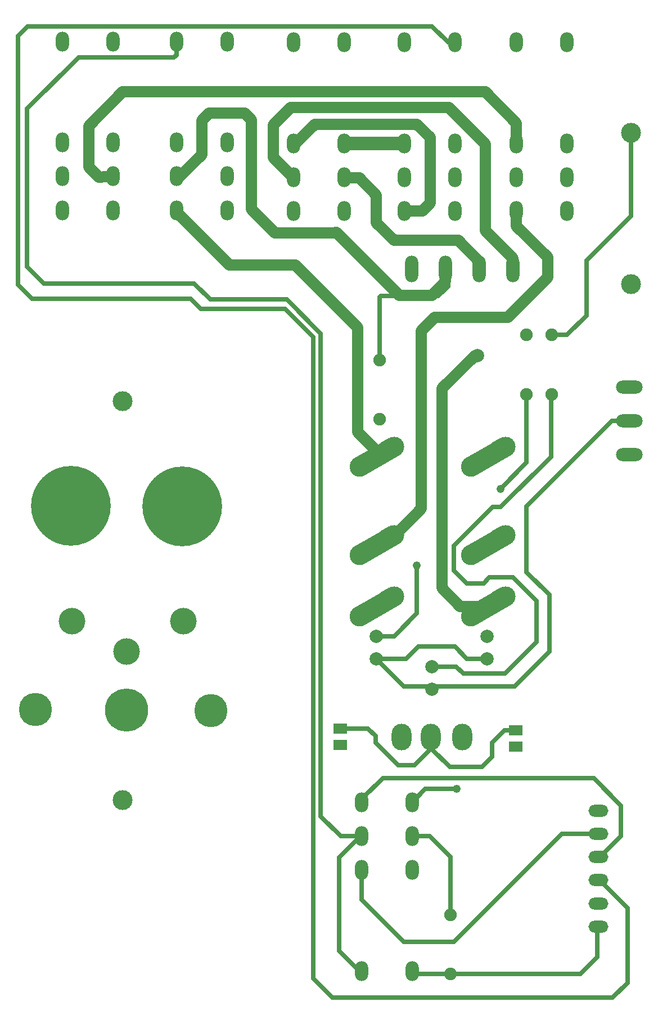
<source format=gbr>
%FSLAX23Y23*%
%MOIN*%
%AMT146*0 Bullet Pad at angle 120*21,1,0.11811,0.05906,0,0,120*%
%ADD146T146*%
%AMT147*0 Bullet Pad at angle 300*21,1,0.11811,0.05906,0,0,300*%
%ADD147T147*%
%ADD15O,0.07874X0.11811*%
%ADD17O,0.11811X0.07087*%
%ADD71O,0.07874X0.15748*%
%ADD148O,0.11811X0.15748*%
%ADD18O,0.15748X0.07874*%
%AMT145*0 Finger Pad at angle 120*1,1,0.11811,-0.10229,-0.05906*1,1,0.11811,0.10229,0.05906*21,1,0.11811,0.23622,0,0,120*%
%ADD145T145*%
%ADD19R,0.08000X0.06000*%
%ADD22C,0.01500*%
%ADD21C,0.02500*%
%ADD149C,0.04800*%
%ADD155C,0.04803*%
%ADD23C,0.06693*%
%ADD16C,0.07500*%
%ADD70C,0.07874*%
%ADD10C,0.11811*%
%ADD20C,0.11811*%
%ADD12C,0.15748*%
%ADD13C,0.19685*%
%ADD14C,0.25591*%
%ADD11C,0.47244*%
X000Y000D02*
D02*
D10*
X723Y1202D03*
Y3567D03*
D02*
D11*
X418Y2947D03*
X1078Y2942D03*
D02*
D12*
X423Y2263D03*
X748Y2083D03*
X1083Y2263D03*
D02*
D13*
X208Y1738D03*
X1248Y1732D03*
D02*
D14*
X746Y1735D03*
D02*
D15*
X368Y4697D03*
Y4898D03*
Y5098D03*
Y5697D03*
X668Y4697D03*
Y4898D03*
Y5098D03*
Y5697D03*
X1043Y4697D03*
Y4898D03*
Y5098D03*
Y5697D03*
X1343Y4697D03*
Y4898D03*
Y5098D03*
Y5697D03*
X1738Y4692D03*
Y4893D03*
Y5093D03*
Y5692D03*
X2038Y4692D03*
Y4893D03*
Y5093D03*
Y5692D03*
X2141Y190D03*
Y790D03*
Y990D03*
Y1190D03*
X2393Y4692D03*
Y4893D03*
Y5093D03*
Y5692D03*
X2441Y190D03*
Y790D03*
Y990D03*
Y1190D03*
X2693Y4692D03*
Y4893D03*
Y5093D03*
Y5692D03*
X3058Y4692D03*
Y4893D03*
Y5093D03*
Y5692D03*
X3358Y4692D03*
Y4893D03*
Y5093D03*
Y5692D03*
D02*
D16*
X2248Y3458D03*
Y3808D03*
X2668Y172D03*
Y522D03*
X3118Y3607D03*
Y3958D03*
X3268Y3607D03*
Y3958D03*
D02*
D17*
X3543Y452D03*
Y590D03*
Y728D03*
Y865D03*
Y1003D03*
Y1141D03*
D02*
D18*
X3727Y3248D03*
Y3448D03*
Y3648D03*
D02*
D19*
X2013Y1528D03*
Y1627D03*
X3053Y1518D03*
Y1617D03*
D02*
D70*
X2228Y2041D03*
Y2174D03*
X2393Y5093D02*
X2038D01*
X2558Y1861D03*
Y1994D03*
X2828Y3837D03*
X2883Y2041D03*
Y2174D03*
D02*
D71*
X2438Y4348D03*
X2638D03*
X2838D03*
X3038D03*
D02*
D20*
X3738Y4258D03*
Y5157D03*
D02*
D21*
X2141Y190D02*
X2126D01*
X2008Y308*
Y863*
X2128Y983*
X2141Y990*
Y790D02*
Y613D01*
X2391Y362*
X2688*
X3329Y1003*
X3543*
X2141Y990D02*
X2016D01*
X1898Y1107*
Y3967*
X1698Y4168*
X1243*
X1148Y4263*
X258*
X158Y4362*
Y5298*
X463Y5603*
X1028*
X1043Y5617*
Y5697*
X2228Y2041D02*
Y2038D01*
X2403*
X2478Y2112*
X2693*
X2765Y2041*
X2883*
X2228D02*
Y2040D01*
X2391Y1877*
X2558*
Y1861*
X2228Y2174D02*
X2335D01*
X2468Y2308*
Y2592*
X2441Y1190D02*
X2518Y1268D01*
X2703*
X2552Y1577D02*
X2568Y1523D01*
X2453Y1408*
X2358*
X2223Y1543*
Y1583*
X2178Y1627*
X2013*
X2552Y1577D02*
Y1509D01*
X2663Y1398*
X2853*
X2913Y1458*
Y1543*
X2988Y1617*
X3058*
X2558Y1994D02*
X2702D01*
X2743Y1952*
X2991*
X3178Y2140*
Y2382*
X3038Y2523*
X2898*
X2863Y2487*
X2763*
X2688Y2563*
Y2708*
X2918Y2938*
X2963*
X3263Y3237*
Y3607*
X3268*
X2638Y4348D02*
X2653D01*
Y4247*
X2593Y4188*
X2253*
X2248Y4183*
Y3808*
X2668Y172D02*
X3438D01*
X3538Y273*
Y438*
X3543Y452*
X2668Y172D02*
X2471D01*
X2428Y215*
Y190*
X2441*
X2668Y522D02*
Y865D01*
X2543Y990*
X2441*
X2963Y3047D02*
X3118Y3203D01*
Y3607*
X3268Y3958D02*
X3358D01*
X3473Y4072*
Y4398*
X3738Y4662*
Y5157*
X3543Y728D02*
X3541D01*
Y740*
X3717Y564*
Y121*
X3628Y033*
X1966*
X1853Y145*
Y3947*
X1688Y4112*
X1188*
X1128Y4173*
X186*
X103Y4255*
Y5730*
X161Y5787*
X2558*
X2653Y5692*
X2693*
X3543Y865D02*
X3541D01*
Y853*
X3679Y991*
Y1169*
X3516Y1333*
X2266*
X2141Y1208*
Y1190*
X3727Y3448D02*
X3624D01*
X3118Y2942*
Y2553*
X3253Y2418*
Y2083*
X3048Y1877*
X2558*
Y1861*
D02*
D22*
X3058Y1617D02*
X3068Y1627D01*
X3053Y1617*
D02*
D23*
X1043Y4697D02*
Y4685D01*
X1356Y4372*
X1748*
X2118Y4003*
Y3382*
X2243Y3257*
Y3217*
X2232Y3237*
X1738Y4893D02*
Y4888D01*
X1618Y5008*
Y5202*
X1721Y5305*
X2656*
X2873Y5088*
Y4577*
X3038Y4412*
Y4348*
X1738Y5093D02*
Y5098D01*
X1753*
X1863Y5207*
X2468*
X2548Y5128*
Y4740*
X2501Y4692*
X2393*
X2638Y4348D02*
Y4275D01*
X2556Y4192*
X2363*
X1991Y4565*
X1968Y4563*
X1628*
X1488Y4702*
Y5232*
X1448Y5273*
X1238*
X1193Y5228*
Y5027*
X1058Y4893*
Y4898*
X1043*
X2828Y3837D02*
X2813D01*
X2618Y3643*
Y2458*
X2725Y2351*
X2892*
X2838Y4348D02*
Y4393D01*
X2713Y4518*
X2333*
X2228Y4622*
Y4787*
X2128Y4888*
X2038*
Y4893*
X3058Y4692D02*
Y4603D01*
X3243Y4418*
Y4298*
X3008Y4063*
X2573*
X2493Y3982*
Y2928*
X2343Y2777*
X2338*
X2232Y2714*
X3058Y5093D02*
Y5213D01*
X2873Y5398*
X723*
X523Y5197*
Y4952*
X583Y4893*
X668Y4898*
D02*
D145*
X2232Y2714D03*
Y3237D03*
X2232Y2351D03*
X2892Y2714D03*
Y3237D03*
X2892Y2351D03*
D02*
D146*
X2155Y2307D03*
D02*
D10*
X2130Y2292D03*
D02*
D146*
X2155Y2669D03*
D02*
D10*
X2130Y2655D03*
D02*
D146*
X2155Y3193D03*
D02*
D10*
X2130Y3178D03*
D02*
D146*
X2815Y2307D03*
D02*
D10*
X2790Y2292D03*
D02*
D146*
X2815Y2669D03*
D02*
D10*
X2790Y2655D03*
D02*
D146*
X2815Y3193D03*
D02*
D10*
X2790Y3178D03*
D02*
D147*
X2309Y2396D03*
D02*
D10*
X2334Y2410D03*
D02*
D147*
X2309Y2758D03*
D02*
D10*
X2334Y2773D03*
D02*
D147*
X2309Y3282D03*
D02*
D10*
X2334Y3296D03*
D02*
D147*
X2969Y2396D03*
D02*
D10*
X2994Y2410D03*
D02*
D147*
X2969Y2758D03*
D02*
D10*
X2994Y2773D03*
D02*
D147*
X2969Y3282D03*
D02*
D10*
X2994Y3296D03*
D02*
D148*
X2379Y1577D03*
X2552D03*
X2737D03*
D02*
D149*
X2468Y2592D03*
X2963Y3047D03*
D02*
D155*
X2703Y1268D03*
X000Y000D02*
M02*

</source>
